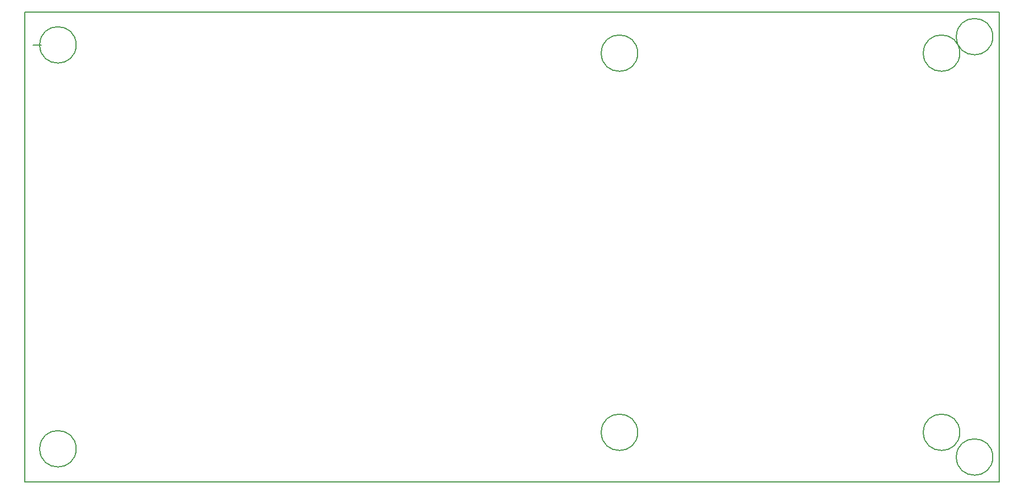
<source format=gbr>
G04 #@! TF.FileFunction,Other,Comment*
%FSLAX46Y46*%
G04 Gerber Fmt 4.6, Leading zero omitted, Abs format (unit mm)*
G04 Created by KiCad (PCBNEW 4.0.7) date Monday, 16. July 2018 'u49' 18:49:17*
%MOMM*%
%LPD*%
G01*
G04 APERTURE LIST*
%ADD10C,0.100000*%
%ADD11C,0.150000*%
G04 APERTURE END LIST*
D10*
D11*
X194310000Y-25400000D02*
X50800000Y-25400000D01*
X44450000Y-25400000D02*
X194310000Y-25400000D01*
X44450000Y-26670000D02*
X44450000Y-25400000D01*
X44450000Y-27940000D02*
X44450000Y-26670000D01*
X44450000Y-97790000D02*
X44450000Y-27940000D01*
X194310000Y-97790000D02*
X44450000Y-97790000D01*
X194310000Y-25400000D02*
X194310000Y-97790000D01*
X45720000Y-30480000D02*
X46990000Y-30480000D01*
X52330000Y-92710000D02*
G75*
G03X52330000Y-92710000I-2800000J0D01*
G01*
X138690000Y-90170000D02*
G75*
G03X138690000Y-90170000I-2800000J0D01*
G01*
X193300000Y-93980000D02*
G75*
G03X193300000Y-93980000I-2800000J0D01*
G01*
X188220000Y-90170000D02*
G75*
G03X188220000Y-90170000I-2800000J0D01*
G01*
X138690000Y-31750000D02*
G75*
G03X138690000Y-31750000I-2800000J0D01*
G01*
X193300000Y-29210000D02*
G75*
G03X193300000Y-29210000I-2800000J0D01*
G01*
X188220000Y-31750000D02*
G75*
G03X188220000Y-31750000I-2800000J0D01*
G01*
X52330000Y-30480000D02*
G75*
G03X52330000Y-30480000I-2800000J0D01*
G01*
M02*

</source>
